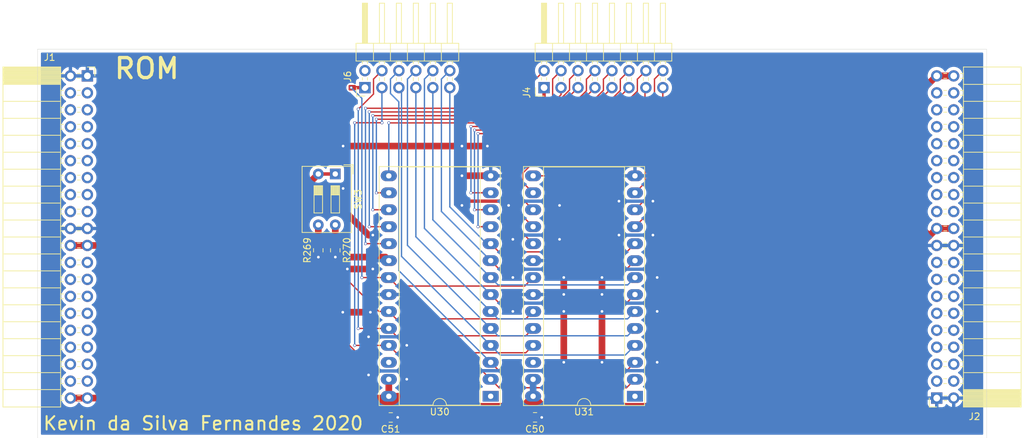
<source format=kicad_pcb>
(kicad_pcb (version 20200625) (host pcbnew "(5.99.0-2101-geb1ff80d5)")
  (layers (0 "F.Cu" signal) (31 "B.Cu" signal) (34 "B.Paste" user hide) (35 "F.Paste" user hide) (36 "B.SilkS" user hide) (37 "F.SilkS" user) (38 "B.Mask" user hide) (39 "F.Mask" user hide) (44 "Edge.Cuts" user))
  (net 0 "")
  (net 1 "GND")
  (net 2 "+5V")
  (net 3 "ROM15")
  (net 4 "ROM14")
  (net 5 "ROM13")
  (net 6 "ROM12")
  (net 7 "ROM11")
  (net 8 "ROM10")
  (net 9 "ROM9")
  (net 10 "ROM8")
  (net 11 "ROM7")
  (net 12 "ROM6")
  (net 13 "ROM5")
  (net 14 "ROM4")
  (net 15 "ROM3")
  (net 16 "ROM2")
  (net 17 "ROM1")
  (net 18 "ROM0")
  (net 19 "MEMADDR10")
  (net 20 "MEMADDR9")
  (net 21 "MEMADDR8")
  (net 22 "MEMADDR7")
  (net 23 "MEMADDR6")
  (net 24 "MEMADDR5")
  (net 25 "MEMADDR4")
  (net 26 "MEMADDR3")
  (net 27 "MEMADDR2")
  (net 28 "MEMADDR1")
  (net 29 "MEMADDR0")
  (net 30 "Net-(R269-Pad2)")
  (net 31 "Net-(R270-Pad2)")
  (module "Connector_PinHeader_2.54mm:PinHeader_2x08_P2.54mm_Horizontal" (layer "F.Cu") (at 75.787 7.756 90)
    (fp_text reference "J4" (at -0.744 -2.587 90) (layer "F.SilkS"))
    (fp_text value "Conn_02x08_Counter_Clockwise")
    (pad "16" thru_hole oval (at 2.54 17.78 90) (size 1.7 1.7) (drill 1) (layers *.Cu *.Mask) (net 17 "ROM1"))
    (pad "15" thru_hole oval (at 0 17.78 90) (size 1.7 1.7) (drill 1) (layers *.Cu *.Mask) (net 18 "ROM0"))
    (pad "14" thru_hole oval (at 2.54 15.24 90) (size 1.7 1.7) (drill 1) (layers *.Cu *.Mask) (net 15 "ROM3"))
    (pad "13" thru_hole oval (at 0 15.24 90) (size 1.7 1.7) (drill 1) (layers *.Cu *.Mask) (net 16 "ROM2"))
    (pad "12" thru_hole oval (at 2.54 12.7 90) (size 1.7 1.7) (drill 1) (layers *.Cu *.Mask) (net 13 "ROM5"))
    (pad "11" thru_hole oval (at 0 12.7 90) (size 1.7 1.7) (drill 1) (layers *.Cu *.Mask) (net 14 "ROM4"))
    (pad "10" thru_hole oval (at 2.54 10.16 90) (size 1.7 1.7) (drill 1) (layers *.Cu *.Mask) (net 11 "ROM7"))
    (pad "9" thru_hole oval (at 0 10.16 90) (size 1.7 1.7) (drill 1) (layers *.Cu *.Mask) (net 12 "ROM6"))
    (pad "8" thru_hole oval (at 2.54 7.62 90) (size 1.7 1.7) (drill 1) (layers *.Cu *.Mask) (net 9 "ROM9"))
    (pad "7" thru_hole oval (at 0 7.62 90) (size 1.7 1.7) (drill 1) (layers *.Cu *.Mask) (net 10 "ROM8"))
    (pad "6" thru_hole oval (at 2.54 5.08 90) (size 1.7 1.7) (drill 1) (layers *.Cu *.Mask) (net 7 "ROM11"))
    (pad "5" thru_hole oval (at 0 5.08 90) (size 1.7 1.7) (drill 1) (layers *.Cu *.Mask) (net 8 "ROM10"))
    (pad "4" thru_hole oval (at 2.54 2.54 90) (size 1.7 1.7) (drill 1) (layers *.Cu *.Mask) (net 5 "ROM13"))
    (pad "3" thru_hole oval (at 0 2.54 90) (size 1.7 1.7) (drill 1) (layers *.Cu *.Mask) (net 6 "ROM12"))
    (pad "2" thru_hole oval (at 2.54 0 90) (size 1.7 1.7) (drill 1) (layers *.Cu *.Mask) (net 3 "ROM15"))
    (pad "1" thru_hole rect (at 0 0 90) (size 1.7 1.7) (drill 1) (layers *.Cu *.Mask) (net 4 "ROM14"))
  )
  (module "Package_DIP:DIP-28_W15.24mm_Socket_LongPads" (layer "F.Cu") (at 67.8 53.99 180)
    (fp_text reference "U30" (at 7.62 -2.33) (layer "F.SilkS"))
    (fp_text value "28c64")
    (pad "28" thru_hole oval (at 15.24 0 180) (size 2.4 1.6) (drill 0.8) (layers *.Cu *.Mask) (net 2 "+5V"))
    (pad "14" thru_hole oval (at 0 33.02 180) (size 2.4 1.6) (drill 0.8) (layers *.Cu *.Mask) (net 1 "GND"))
    (pad "27" thru_hole oval (at 15.24 2.54 180) (size 2.4 1.6) (drill 0.8) (layers *.Cu *.Mask) (net 2 "+5V"))
    (pad "13" thru_hole oval (at 0 30.48 180) (size 2.4 1.6) (drill 0.8) (layers *.Cu *.Mask) (net 8 "ROM10"))
    (pad "26" thru_hole oval (at 15.24 5.08 180) (size 2.4 1.6) (drill 0.8) (layers *.Cu *.Mask))
    (pad "12" thru_hole oval (at 0 27.94 180) (size 2.4 1.6) (drill 0.8) (layers *.Cu *.Mask) (net 9 "ROM9"))
    (pad "25" thru_hole oval (at 15.24 7.62 180) (size 2.4 1.6) (drill 0.8) (layers *.Cu *.Mask) (net 21 "MEMADDR8"))
    (pad "11" thru_hole oval (at 0 25.4 180) (size 2.4 1.6) (drill 0.8) (layers *.Cu *.Mask) (net 10 "ROM8"))
    (pad "24" thru_hole oval (at 15.24 10.16 180) (size 2.4 1.6) (drill 0.8) (layers *.Cu *.Mask) (net 20 "MEMADDR9"))
    (pad "10" thru_hole oval (at 0 22.86 180) (size 2.4 1.6) (drill 0.8) (layers *.Cu *.Mask) (net 29 "MEMADDR0"))
    (pad "23" thru_hole oval (at 15.24 12.7 180) (size 2.4 1.6) (drill 0.8) (layers *.Cu *.Mask) (net 31 "Net-(R270-Pad2)"))
    (pad "9" thru_hole oval (at 0 20.32 180) (size 2.4 1.6) (drill 0.8) (layers *.Cu *.Mask) (net 28 "MEMADDR1"))
    (pad "22" thru_hole oval (at 15.24 15.24 180) (size 2.4 1.6) (drill 0.8) (layers *.Cu *.Mask) (net 1 "GND"))
    (pad "8" thru_hole oval (at 0 17.78 180) (size 2.4 1.6) (drill 0.8) (layers *.Cu *.Mask) (net 27 "MEMADDR2"))
    (pad "21" thru_hole oval (at 15.24 17.78 180) (size 2.4 1.6) (drill 0.8) (layers *.Cu *.Mask) (net 19 "MEMADDR10"))
    (pad "7" thru_hole oval (at 0 15.24 180) (size 2.4 1.6) (drill 0.8) (layers *.Cu *.Mask) (net 26 "MEMADDR3"))
    (pad "20" thru_hole oval (at 15.24 20.32 180) (size 2.4 1.6) (drill 0.8) (layers *.Cu *.Mask) (net 1 "GND"))
    (pad "6" thru_hole oval (at 0 12.7 180) (size 2.4 1.6) (drill 0.8) (layers *.Cu *.Mask) (net 25 "MEMADDR4"))
    (pad "19" thru_hole oval (at 15.24 22.86 180) (size 2.4 1.6) (drill 0.8) (layers *.Cu *.Mask) (net 3 "ROM15"))
    (pad "5" thru_hole oval (at 0 10.16 180) (size 2.4 1.6) (drill 0.8) (layers *.Cu *.Mask) (net 24 "MEMADDR5"))
    (pad "18" thru_hole oval (at 15.24 25.4 180) (size 2.4 1.6) (drill 0.8) (layers *.Cu *.Mask) (net 4 "ROM14"))
    (pad "4" thru_hole oval (at 0 7.62 180) (size 2.4 1.6) (drill 0.8) (layers *.Cu *.Mask) (net 23 "MEMADDR6"))
    (pad "17" thru_hole oval (at 15.24 27.94 180) (size 2.4 1.6) (drill 0.8) (layers *.Cu *.Mask) (net 5 "ROM13"))
    (pad "3" thru_hole oval (at 0 5.08 180) (size 2.4 1.6) (drill 0.8) (layers *.Cu *.Mask) (net 22 "MEMADDR7"))
    (pad "16" thru_hole oval (at 15.24 30.48 180) (size 2.4 1.6) (drill 0.8) (layers *.Cu *.Mask) (net 6 "ROM12"))
    (pad "2" thru_hole oval (at 0 2.54 180) (size 2.4 1.6) (drill 0.8) (layers *.Cu *.Mask) (net 30 "Net-(R269-Pad2)"))
    (pad "15" thru_hole oval (at 15.24 33.02 180) (size 2.4 1.6) (drill 0.8) (layers *.Cu *.Mask) (net 7 "ROM11"))
    (pad "1" thru_hole rect (at 0 0 180) (size 2.4 1.6) (drill 0.8) (layers *.Cu *.Mask))
  )
  (module "Package_DIP:DIP-28_W15.24mm_Socket_LongPads" (layer "F.Cu") (at 89.39 53.99 180)
    (fp_text reference "U31" (at 7.62 -2.33) (layer "F.SilkS"))
    (fp_text value "28c64")
    (pad "28" thru_hole oval (at 15.24 0 180) (size 2.4 1.6) (drill 0.8) (layers *.Cu *.Mask) (net 2 "+5V"))
    (pad "14" thru_hole oval (at 0 33.02 180) (size 2.4 1.6) (drill 0.8) (layers *.Cu *.Mask) (net 1 "GND"))
    (pad "27" thru_hole oval (at 15.24 2.54 180) (size 2.4 1.6) (drill 0.8) (layers *.Cu *.Mask) (net 2 "+5V"))
    (pad "13" thru_hole oval (at 0 30.48 180) (size 2.4 1.6) (drill 0.8) (layers *.Cu *.Mask) (net 16 "ROM2"))
    (pad "26" thru_hole oval (at 15.24 5.08 180) (size 2.4 1.6) (drill 0.8) (layers *.Cu *.Mask))
    (pad "12" thru_hole oval (at 0 27.94 180) (size 2.4 1.6) (drill 0.8) (layers *.Cu *.Mask) (net 17 "ROM1"))
    (pad "25" thru_hole oval (at 15.24 7.62 180) (size 2.4 1.6) (drill 0.8) (layers *.Cu *.Mask) (net 21 "MEMADDR8"))
    (pad "11" thru_hole oval (at 0 25.4 180) (size 2.4 1.6) (drill 0.8) (layers *.Cu *.Mask) (net 18 "ROM0"))
    (pad "24" thru_hole oval (at 15.24 10.16 180) (size 2.4 1.6) (drill 0.8) (layers *.Cu *.Mask) (net 20 "MEMADDR9"))
    (pad "10" thru_hole oval (at 0 22.86 180) (size 2.4 1.6) (drill 0.8) (layers *.Cu *.Mask) (net 29 "MEMADDR0"))
    (pad "23" thru_hole oval (at 15.24 12.7 180) (size 2.4 1.6) (drill 0.8) (layers *.Cu *.Mask) (net 31 "Net-(R270-Pad2)"))
    (pad "9" thru_hole oval (at 0 20.32 180) (size 2.4 1.6) (drill 0.8) (layers *.Cu *.Mask) (net 28 "MEMADDR1"))
    (pad "22" thru_hole oval (at 15.24 15.24 180) (size 2.4 1.6) (drill 0.8) (layers *.Cu *.Mask) (net 1 "GND"))
    (pad "8" thru_hole oval (at 0 17.78 180) (size 2.4 1.6) (drill 0.8) (layers *.Cu *.Mask) (net 27 "MEMADDR2"))
    (pad "21" thru_hole oval (at 15.24 17.78 180) (size 2.4 1.6) (drill 0.8) (layers *.Cu *.Mask) (net 19 "MEMADDR10"))
    (pad "7" thru_hole oval (at 0 15.24 180) (size 2.4 1.6) (drill 0.8) (layers *.Cu *.Mask) (net 26 "MEMADDR3"))
    (pad "20" thru_hole oval (at 15.24 20.32 180) (size 2.4 1.6) (drill 0.8) (layers *.Cu *.Mask) (net 1 "GND"))
    (pad "6" thru_hole oval (at 0 12.7 180) (size 2.4 1.6) (drill 0.8) (layers *.Cu *.Mask) (net 25 "MEMADDR4"))
    (pad "19" thru_hole oval (at 15.24 22.86 180) (size 2.4 1.6) (drill 0.8) (layers *.Cu *.Mask) (net 11 "ROM7"))
    (pad "5" thru_hole oval (at 0 10.16 180) (size 2.4 1.6) (drill 0.8) (layers *.Cu *.Mask) (net 24 "MEMADDR5"))
    (pad "18" thru_hole oval (at 15.24 25.4 180) (size 2.4 1.6) (drill 0.8) (layers *.Cu *.Mask) (net 12 "ROM6"))
    (pad "4" thru_hole oval (at 0 7.62 180) (size 2.4 1.6) (drill 0.8) (layers *.Cu *.Mask) (net 23 "MEMADDR6"))
    (pad "17" thru_hole oval (at 15.24 27.94 180) (size 2.4 1.6) (drill 0.8) (layers *.Cu *.Mask) (net 13 "ROM5"))
    (pad "3" thru_hole oval (at 0 5.08 180) (size 2.4 1.6) (drill 0.8) (layers *.Cu *.Mask) (net 22 "MEMADDR7"))
    (pad "16" thru_hole oval (at 15.24 30.48 180) (size 2.4 1.6) (drill 0.8) (layers *.Cu *.Mask) (net 14 "ROM4"))
    (pad "2" thru_hole oval (at 0 2.54 180) (size 2.4 1.6) (drill 0.8) (layers *.Cu *.Mask) (net 30 "Net-(R269-Pad2)"))
    (pad "15" thru_hole oval (at 15.24 33.02 180) (size 2.4 1.6) (drill 0.8) (layers *.Cu *.Mask) (net 15 "ROM3"))
    (pad "1" thru_hole rect (at 0 0 180) (size 2.4 1.6) (drill 0.8) (layers *.Cu *.Mask))
  )
  (module "Button_Switch_THT:SW_DIP_SPSTx02_Slide_9.78x7.26mm_W7.62mm_P2.54mm" (layer "F.Cu") (at 44.55 20.6925 -90)
    (fp_text reference "SW3" (at 3.81 -3.42 90) (layer "F.SilkS"))
    (fp_text value "SW_DIP_x02")
    (pad "4" thru_hole oval (at 7.62 0 270) (size 1.6 1.6) (drill 0.8) (layers *.Cu *.Mask) (net 31 "Net-(R270-Pad2)"))
    (pad "2" thru_hole oval (at 0 2.54 270) (size 1.6 1.6) (drill 0.8) (layers *.Cu *.Mask) (net 2 "+5V"))
    (pad "3" thru_hole oval (at 7.62 2.54 270) (size 1.6 1.6) (drill 0.8) (layers *.Cu *.Mask) (net 30 "Net-(R269-Pad2)"))
    (pad "1" thru_hole rect (at 0 0 270) (size 1.6 1.6) (drill 0.8) (layers *.Cu *.Mask) (net 2 "+5V"))
  )
  (module "Resistor_SMD:R_0805_2012Metric_Pad1.15x1.40mm_HandSolder" (layer "F.Cu") (at 44.55 32.1225 90)
    (fp_text reference "R270" (at 0.0125 1.74 90) (layer "F.SilkS"))
    (fp_text value "R")
    (pad "2" smd roundrect (at 1.025 0 90) (size 1.15 1.4) (layers "F.Cu" "F.Paste" "F.Mask") (roundrect_rratio 0.217391) (net 31 "Net-(R270-Pad2)"))
    (pad "1" smd roundrect (at -1.025 0 90) (size 1.15 1.4) (layers "F.Cu" "F.Paste" "F.Mask") (roundrect_rratio 0.217391) (net 1 "GND"))
  )
  (module "Resistor_SMD:R_0805_2012Metric_Pad1.15x1.40mm_HandSolder" (layer "F.Cu") (at 42.01 32.1225 90)
    (fp_text reference "R269" (at 0 -1.65 90) (layer "F.SilkS"))
    (fp_text value "R")
    (pad "2" smd roundrect (at 1.025 0 90) (size 1.15 1.4) (layers "F.Cu" "F.Paste" "F.Mask") (roundrect_rratio 0.217391) (net 30 "Net-(R269-Pad2)"))
    (pad "1" smd roundrect (at -1.025 0 90) (size 1.15 1.4) (layers "F.Cu" "F.Paste" "F.Mask") (roundrect_rratio 0.217391) (net 1 "GND"))
  )
  (module "Connector_PinHeader_2.54mm:PinHeader_2x06_P2.54mm_Horizontal" (layer "F.Cu") (at 48.99 7.756 90)
    (fp_text reference "J6" (at 1.656 -2.59 90) (layer "F.SilkS"))
    (fp_text value "Conn_02x06_Counter_Clockwise")
    (pad "12" thru_hole oval (at 2.54 12.7 90) (size 1.7 1.7) (drill 1) (layers *.Cu *.Mask) (net 28 "MEMADDR1"))
    (pad "11" thru_hole oval (at 0 12.7 90) (size 1.7 1.7) (drill 1) (layers *.Cu *.Mask) (net 29 "MEMADDR0"))
    (pad "10" thru_hole oval (at 2.54 10.16 90) (size 1.7 1.7) (drill 1) (layers *.Cu *.Mask) (net 26 "MEMADDR3"))
    (pad "9" thru_hole oval (at 0 10.16 90) (size 1.7 1.7) (drill 1) (layers *.Cu *.Mask) (net 27 "MEMADDR2"))
    (pad "8" thru_hole oval (at 2.54 7.62 90) (size 1.7 1.7) (drill 1) (layers *.Cu *.Mask) (net 24 "MEMADDR5"))
    (pad "7" thru_hole oval (at 0 7.62 90) (size 1.7 1.7) (drill 1) (layers *.Cu *.Mask) (net 25 "MEMADDR4"))
    (pad "6" thru_hole oval (at 2.54 5.08 90) (size 1.7 1.7) (drill 1) (layers *.Cu *.Mask) (net 22 "MEMADDR7"))
    (pad "5" thru_hole oval (at 0 5.08 90) (size 1.7 1.7) (drill 1) (layers *.Cu *.Mask) (net 23 "MEMADDR6"))
    (pad "4" thru_hole oval (at 2.54 2.54 90) (size 1.7 1.7) (drill 1) (layers *.Cu *.Mask) (net 20 "MEMADDR9"))
    (pad "3" thru_hole oval (at 0 2.54 90) (size 1.7 1.7) (drill 1) (layers *.Cu *.Mask) (net 21 "MEMADDR8"))
    (pad "2" thru_hole oval (at 2.54 0 90) (size 1.7 1.7) (drill 1) (layers *.Cu *.Mask))
    (pad "1" thru_hole rect (at 0 0 90) (size 1.7 1.7) (drill 1) (layers *.Cu *.Mask) (net 19 "MEMADDR10"))
  )
  (module "Connector_PinSocket_2.54mm:PinSocket_2x20_P2.54mm_Horizontal" (layer "F.Cu") (at 134.54 54.26 180)
    (fp_text reference "J2" (at -5.65 -2.77) (layer "F.SilkS"))
    (fp_text value "Conn_02x20_Counter_Clockwise")
    (pad "40" thru_hole oval (at -2.54 48.26 180) (size 1.7 1.7) (drill 1) (layers *.Cu *.Mask) (net 2 "+5V"))
    (pad "39" thru_hole oval (at 0 48.26 180) (size 1.7 1.7) (drill 1) (layers *.Cu *.Mask) (net 2 "+5V"))
    (pad "38" thru_hole oval (at -2.54 45.72 180) (size 1.7 1.7) (drill 1) (layers *.Cu *.Mask))
    (pad "37" thru_hole oval (at 0 45.72 180) (size 1.7 1.7) (drill 1) (layers *.Cu *.Mask))
    (pad "36" thru_hole oval (at -2.54 43.18 180) (size 1.7 1.7) (drill 1) (layers *.Cu *.Mask))
    (pad "35" thru_hole oval (at 0 43.18 180) (size 1.7 1.7) (drill 1) (layers *.Cu *.Mask))
    (pad "34" thru_hole oval (at -2.54 40.64 180) (size 1.7 1.7) (drill 1) (layers *.Cu *.Mask))
    (pad "33" thru_hole oval (at 0 40.64 180) (size 1.7 1.7) (drill 1) (layers *.Cu *.Mask))
    (pad "32" thru_hole oval (at -2.54 38.1 180) (size 1.7 1.7) (drill 1) (layers *.Cu *.Mask))
    (pad "31" thru_hole oval (at 0 38.1 180) (size 1.7 1.7) (drill 1) (layers *.Cu *.Mask))
    (pad "30" thru_hole oval (at -2.54 35.56 180) (size 1.7 1.7) (drill 1) (layers *.Cu *.Mask))
    (pad "29" thru_hole oval (at 0 35.56 180) (size 1.7 1.7) (drill 1) (layers *.Cu *.Mask))
    (pad "28" thru_hole oval (at -2.54 33.02 180) (size 1.7 1.7) (drill 1) (layers *.Cu *.Mask))
    (pad "27" thru_hole oval (at 0 33.02 180) (size 1.7 1.7) (drill 1) (layers *.Cu *.Mask))
    (pad "26" thru_hole oval (at -2.54 30.48 180) (size 1.7 1.7) (drill 1) (layers *.Cu *.Mask))
    (pad "25" thru_hole oval (at 0 30.48 180) (size 1.7 1.7) (drill 1) (layers *.Cu *.Mask))
    (pad "24" thru_hole oval (at -2.54 27.94 180) (size 1.7 1.7) (drill 1) (layers *.Cu *.Mask))
    (pad "23" thru_hole oval (at 0 27.94 180) (size 1.7 1.7) (drill 1) (layers *.Cu *.Mask))
    (pad "22" thru_hole oval (at -2.54 25.4 180) (size 1.7 1.7) (drill 1) (layers *.Cu *.Mask) (net 2 "+5V"))
    (pad "21" thru_hole oval (at 0 25.4 180) (size 1.7 1.7) (drill 1) (layers *.Cu *.Mask) (net 2 "+5V"))
    (pad "20" thru_hole oval (at -2.54 22.86 180) (size 1.7 1.7) (drill 1) (layers *.Cu *.Mask) (net 1 "GND"))
    (pad "19" thru_hole oval (at 0 22.86 180) (size 1.7 1.7) (drill 1) (layers *.Cu *.Mask) (net 1 "GND"))
    (pad "18" thru_hole oval (at -2.54 20.32 180) (size 1.7 1.7) (drill 1) (layers *.Cu *.Mask))
    (pad "17" thru_hole oval (at 0 20.32 180) (size 1.7 1.7) (drill 1) (layers *.Cu *.Mask))
    (pad "16" thru_hole oval (at -2.54 17.78 180) (size 1.7 1.7) (drill 1) (layers *.Cu *.Mask))
    (pad "15" thru_hole oval (at 0 17.78 180) (size 1.7 1.7) (drill 1) (layers *.Cu *.Mask))
    (pad "14" thru_hole oval (at -2.54 15.24 180) (size 1.7 1.7) (drill 1) (layers *.Cu *.Mask))
    (pad "13" thru_hole oval (at 0 15.24 180) (size 1.7 1.7) (drill 1) (layers *.Cu *.Mask))
    (pad "12" thru_hole oval (at -2.54 12.7 180) (size 1.7 1.7) (drill 1) (layers *.Cu *.Mask))
    (pad "11" thru_hole oval (at 0 12.7 180) (size 1.7 1.7) (drill 1) (layers *.Cu *.Mask))
    (pad "10" thru_hole oval (at -2.54 10.16 180) (size 1.7 1.7) (drill 1) (layers *.Cu *.Mask))
    (pad "9" thru_hole oval (at 0 10.16 180) (size 1.7 1.7) (drill 1) (layers *.Cu *.Mask))
    (pad "8" thru_hole oval (at -2.54 7.62 180) (size 1.7 1.7) (drill 1) (layers *.Cu *.Mask))
    (pad "7" thru_hole oval (at 0 7.62 180) (size 1.7 1.7) (drill 1) (layers *.Cu *.Mask))
    (pad "6" thru_hole oval (at -2.54 5.08 180) (size 1.7 1.7) (drill 1) (layers *.Cu *.Mask))
    (pad "5" thru_hole oval (at 0 5.08 180) (size 1.7 1.7) (drill 1) (layers *.Cu *.Mask))
    (pad "4" thru_hole oval (at -2.54 2.54 180) (size 1.7 1.7) (drill 1) (layers *.Cu *.Mask))
    (pad "3" thru_hole oval (at 0 2.54 180) (size 1.7 1.7) (drill 1) (layers *.Cu *.Mask))
    (pad "2" thru_hole oval (at -2.54 0 180) (size 1.7 1.7) (drill 1) (layers *.Cu *.Mask) (net 1 "GND"))
    (pad "1" thru_hole rect (at 0 0 180) (size 1.7 1.7) (drill 1) (layers *.Cu *.Mask) (net 1 "GND"))
  )
  (module "Connector_PinSocket_2.54mm:PinSocket_2x20_P2.54mm_Horizontal" (layer "F.Cu") (at 7.46 6)
    (fp_text reference "J1" (at -5.65 -2.77) (layer "F.SilkS"))
    (fp_text value "Conn_02x20_Counter_Clockwise")
    (pad "40" thru_hole oval (at -2.54 48.26) (size 1.7 1.7) (drill 1) (layers *.Cu *.Mask) (net 2 "+5V"))
    (pad "39" thru_hole oval (at 0 48.26) (size 1.7 1.7) (drill 1) (layers *.Cu *.Mask) (net 2 "+5V"))
    (pad "38" thru_hole oval (at -2.54 45.72) (size 1.7 1.7) (drill 1) (layers *.Cu *.Mask))
    (pad "37" thru_hole oval (at 0 45.72) (size 1.7 1.7) (drill 1) (layers *.Cu *.Mask))
    (pad "36" thru_hole oval (at -2.54 43.18) (size 1.7 1.7) (drill 1) (layers *.Cu *.Mask))
    (pad "35" thru_hole oval (at 0 43.18) (size 1.7 1.7) (drill 1) (layers *.Cu *.Mask))
    (pad "34" thru_hole oval (at -2.54 40.64) (size 1.7 1.7) (drill 1) (layers *.Cu *.Mask))
    (pad "33" thru_hole oval (at 0 40.64) (size 1.7 1.7) (drill 1) (layers *.Cu *.Mask))
    (pad "32" thru_hole oval (at -2.54 38.1) (size 1.7 1.7) (drill 1) (layers *.Cu *.Mask))
    (pad "31" thru_hole oval (at 0 38.1) (size 1.7 1.7) (drill 1) (layers *.Cu *.Mask))
    (pad "30" thru_hole oval (at -2.54 35.56) (size 1.7 1.7) (drill 1) (layers *.Cu *.Mask))
    (pad "29" thru_hole oval (at 0 35.56) (size 1.7 1.7) (drill 1) (layers *.Cu *.Mask))
    (pad "28" thru_hole oval (at -2.54 33.02) (size 1.7 1.7) (drill 1) (layers *.Cu *.Mask))
    (pad "27" thru_hole oval (at 0 33.02) (size 1.7 1.7) (drill 1) (layers *.Cu *.Mask))
    (pad "26" thru_hole oval (at -2.54 30.48) (size 1.7 1.7) (drill 1) (layers *.Cu *.Mask))
    (pad "25" thru_hole oval (at 0 30.48) (size 1.7 1.7) (drill 1) (layers *.Cu *.Mask))
    (pad "24" thru_hole oval (at -2.54 27.94) (size 1.7 1.7) (drill 1) (layers *.Cu *.Mask))
    (pad "23" thru_hole oval (at 0 27.94) (size 1.7 1.7) (drill 1) (layers *.Cu *.Mask))
    (pad "22" thru_hole oval (at -2.54 25.4) (size 1.7 1.7) (drill 1) (layers *.Cu *.Mask) (net 2 "+5V"))
    (pad "21" thru_hole oval (at 0 25.4) (size 1.7 1.7) (drill 1) (layers *.Cu *.Mask) (net 2 "+5V"))
    (pad "20" thru_hole oval (at -2.54 22.86) (size 1.7 1.7) (drill 1) (layers *.Cu *.Mask) (net 1 "GND"))
    (pad "19" thru_hole oval (at 0 22.86) (size 1.7 1.7) (drill 1) (layers *.Cu *.Mask) (net 1 "GND"))
    (pad "18" thru_hole oval (at -2.54 20.32) (size 1.7 1.7) (drill 1) (layers *.Cu *.Mask))
    (pad "17" thru_hole oval (at 0 20.32) (size 1.7 1.7) (drill 1) (layers *.Cu *.Mask))
    (pad "16" thru_hole oval (at -2.54 17.78) (size 1.7 1.7) (drill 1) (layers *.Cu *.Mask))
    (pad "15" thru_hole oval (at 0 17.78) (size 1.7 1.7) (drill 1) (layers *.Cu *.Mask))
    (pad "14" thru_hole oval (at -2.54 15.24) (size 1.7 1.7) (drill 1) (layers *.Cu *.Mask))
    (pad "13" thru_hole oval (at 0 15.24) (size 1.7 1.7) (drill 1) (layers *.Cu *.Mask))
    (pad "12" thru_hole oval (at -2.54 12.7) (size 1.7 1.7) (drill 1) (layers *.Cu *.Mask))
    (pad "11" thru_hole oval (at 0 12.7) (size 1.7 1.7) (drill 1) (layers *.Cu *.Mask))
    (pad "10" thru_hole oval (at -2.54 10.16) (size 1.7 1.7) (drill 1) (layers *.Cu *.Mask))
    (pad "9" thru_hole oval (at 0 10.16) (size 1.7 1.7) (drill 1) (layers *.Cu *.Mask))
    (pad "8" thru_hole oval (at -2.54 7.62) (size 1.7 1.7) (drill 1) (layers *.Cu *.Mask))
    (pad "7" thru_hole oval (at 0 7.62) (size 1.7 1.7) (drill 1) (layers *.Cu *.Mask))
    (pad "6" thru_hole oval (at -2.54 5.08) (size 1.7 1.7) (drill 1) (layers *.Cu *.Mask))
    (pad "5" thru_hole oval (at 0 5.08) (size 1.7 1.7) (drill 1) (layers *.Cu *.Mask))
    (pad "4" thru_hole oval (at -2.54 2.54) (size 1.7 1.7) (drill 1) (layers *.Cu *.Mask))
    (pad "3" thru_hole oval (at 0 2.54) (size 1.7 1.7) (drill 1) (layers *.Cu *.Mask))
    (pad "2" thru_hole oval (at -2.54 0) (size 1.7 1.7) (drill 1) (layers *.Cu *.Mask) (net 1 "GND"))
    (pad "1" thru_hole rect (at 0 0) (size 1.7 1.7) (drill 1) (layers *.Cu *.Mask) (net 1 "GND"))
  )
  (module "Capacitor_SMD:C_0805_2012Metric_Pad1.15x1.40mm_HandSolder" (layer "F.Cu") (at 52.85 57.165)
    (fp_text reference "C51" (at -0.02 1.745) (layer "F.SilkS"))
    (fp_text value "C")
    (pad "2" smd roundrect (at 1.025 0) (size 1.15 1.4) (layers "F.Cu" "F.Paste" "F.Mask") (roundrect_rratio 0.217391) (net 1 "GND"))
    (pad "1" smd roundrect (at -1.025 0) (size 1.15 1.4) (layers "F.Cu" "F.Paste" "F.Mask") (roundrect_rratio 0.217391) (net 2 "+5V"))
  )
  (module "Capacitor_SMD:C_0805_2012Metric_Pad1.15x1.40mm_HandSolder" (layer "F.Cu") (at 74.44 57.15)
    (fp_text reference "C50" (at -0.02 1.76) (layer "F.SilkS"))
    (fp_text value "C")
    (pad "2" smd roundrect (at 1.025 0) (size 1.15 1.4) (layers "F.Cu" "F.Paste" "F.Mask") (roundrect_rratio 0.217391) (net 1 "GND"))
    (pad "1" smd roundrect (at -1.025 0) (size 1.15 1.4) (layers "F.Cu" "F.Paste" "F.Mask") (roundrect_rratio 0.217391) (net 2 "+5V"))
  )
  (gr_text "Kevin da Silva Fernandes 2020" (at 24.79 58.05) (layer "F.SilkS") (effects (font (size 2 2) (thickness 0.3))))
  (gr_text "ROM" (at 16.35 4.89) (layer "F.SilkS") (effects (font (size 3 3) (thickness 0.5))))
  (gr_line (start 142 2) (end 142 60.26) (layer "Edge.Cuts") (width 0.05))
  (gr_line (start 0 2) (end 0 60.26) (layer "Edge.Cuts") (width 0.05))
  (gr_line (start 0 60.26) (end 142 60.26) (layer "Edge.Cuts") (width 0.05))
  (gr_line (start 0 2) (end 142 2) (layer "Edge.Cuts") (width 0.05))
  (segment (start 43.54999 32.09751) (end 43.54999 33.75999) (width 0.2) (layer "F.Cu") (net 31))
  (segment (start 44.55 31.0975) (end 43.54999 32.09751) (width 0.2) (layer "F.Cu") (net 31))
  (segment (start 43.54999 33.75999) (end 51.08 41.29) (width 0.2) (layer "F.Cu") (net 31))
  (segment (start 51.08 41.29) (end 52.56 41.29) (width 0.2) (layer "F.Cu") (net 31))
  (segment (start 74.89 54.73) (end 74.15 53.99) (width 1) (layer "F.Cu") (net 2))
  (segment (start 75.650001 55.490001) (end 74.89 54.73) (width 1) (layer "F.Cu") (net 2))
  (segment (start 72.660001 55.490001) (end 74.129999 55.490001) (width 1) (layer "F.Cu") (net 2))
  (segment (start 74.129999 55.490001) (end 74.89 54.73) (width 1) (layer "F.Cu") (net 2))
  (segment (start 75.650001 55.490001) (end 74.180001 55.490001) (width 1) (layer "F.Cu") (net 2))
  (segment (start 74.180001 55.490001) (end 73.415 54.725) (width 1) (layer "F.Cu") (net 2))
  (segment (start 51.825 57.165) (end 51.825 56.575) (width 1) (layer "F.Cu") (net 2))
  (segment (start 51.825 56.575) (end 51.825 56.125) (width 1) (layer "F.Cu") (net 2))
  (segment (start 51.825 56.575) (end 51.825 55.615) (width 1) (layer "F.Cu") (net 2))
  (segment (start 51.825 56.125) (end 53.96 53.99) (width 1) (layer "F.Cu") (net 2))
  (segment (start 56.359999 55.490001) (end 55.299999 55.490001) (width 1) (layer "F.Cu") (net 2))
  (segment (start 55.299999 55.490001) (end 53.169999 55.490001) (width 1) (layer "F.Cu") (net 2))
  (segment (start 55.299999 55.490001) (end 54.060001 55.490001) (width 1) (layer "F.Cu") (net 2))
  (segment (start 54.060001 55.490001) (end 52.56 53.99) (width 1) (layer "F.Cu") (net 2))
  (segment (start 131.86 30.04) (end 131.86 31.54) (width 1) (layer "F.Cu") (net 2))
  (segment (start 131.86 28.4) (end 131.86 30.04) (width 1) (layer "F.Cu") (net 2))
  (segment (start 133.435 29.965) (end 131.935 29.965) (width 1) (layer "F.Cu") (net 2))
  (segment (start 131.935 29.965) (end 131.86 30.04) (width 1) (layer "F.Cu") (net 2))
  (segment (start 50.165 29.845) (end 49.525998 29.845) (width 1) (layer "F.Cu") (net 1))
  (segment (start 49.525998 29.845) (end 45.72 26.039002) (width 1) (layer "F.Cu") (net 1))
  (segment (start 45.72 26.039002) (end 45.72 22.86) (width 1) (layer "F.Cu") (net 1))
  (via (at 50.165 29.845) (size 0.8) (drill 0.4) (layers "F.Cu" "B.Cu") (net 1))
  (segment (start 92.075 29.845) (end 86.995 29.845) (width 0.5) (layer "B.Cu") (net 1))
  (segment (start 86.995 24.765) (end 92.075 24.765) (width 0.5) (layer "B.Cu") (net 1))
  (via (at 92.075 29.845) (size 0.8) (drill 0.4) (layers "F.Cu" "B.Cu") (net 1))
  (via (at 86.995 29.845) (size 0.8) (drill 0.4) (layers "F.Cu" "B.Cu") (net 1))
  (via (at 86.995 24.765) (size 0.8) (drill 0.4) (layers "F.Cu" "B.Cu") (net 1))
  (via (at 92.075 24.765) (size 0.8) (drill 0.4) (layers "F.Cu" "B.Cu") (net 1))
  (segment (start 49.53 50.8) (end 50.13001 50.19999) (width 0.5) (layer "B.Cu") (net 1))
  (segment (start 50.13001 50.19999) (end 54.00999 50.19999) (width 0.5) (layer "B.Cu") (net 1))
  (segment (start 54.00999 50.19999) (end 55.245 51.435) (width 0.5) (layer "B.Cu") (net 1))
  (segment (start 49.53 45.085) (end 53.975 45.085) (width 0.5) (layer "B.Cu") (net 1))
  (segment (start 53.975 45.085) (end 55.245 46.355) (width 0.5) (layer "B.Cu") (net 1))
  (via (at 55.245 51.435) (size 0.8) (drill 0.4) (layers "F.Cu" "B.Cu") (net 1))
  (via (at 49.53 50.8) (size 0.8) (drill 0.4) (layers "F.Cu" "B.Cu") (net 1))
  (via (at 55.245 46.355) (size 0.8) (drill 0.4) (layers "F.Cu" "B.Cu") (net 1))
  (via (at 49.53 45.085) (size 0.8) (drill 0.4) (layers "F.Cu" "B.Cu") (net 1))
  (segment (start 63.5 25.4) (end 64.13999 24.76001) (width 0.5) (layer "F.Cu") (net 1))
  (segment (start 69.84501 24.76001) (end 70.485 25.4) (width 0.5) (layer "F.Cu") (net 1))
  (segment (start 64.13999 24.76001) (end 69.84501 24.76001) (width 0.5) (layer "F.Cu") (net 1))
  (segment (start 63.5 20.955) (end 67.785 20.955) (width 1) (layer "F.Cu") (net 1))
  (segment (start 67.785 20.955) (end 67.8 20.97) (width 1) (layer "F.Cu") (net 1))
  (segment (start 63.5 16.51) (end 67.31 16.51) (width 1) (layer "F.Cu") (net 1))
  (segment (start 45.72 16.51) (end 63.5 16.51) (width 1) (layer "F.Cu") (net 1))
  (segment (start 46.355 34.925) (end 50.165 34.925) (width 1) (layer "F.Cu") (net 1))
  (via (at 46.355 34.925) (size 0.8) (drill 0.4) (layers "F.Cu" "B.Cu") (net 1))
  (via (at 50.165 34.925) (size 0.8) (drill 0.4) (layers "F.Cu" "B.Cu") (net 1))
  (via (at 45.72 22.86) (size 0.8) (drill 0.4) (layers "F.Cu" "B.Cu") (net 1))
  (via (at 45.72 16.51) (size 0.8) (drill 0.4) (layers "F.Cu" "B.Cu") (net 1))
  (via (at 67.31 16.51) (size 0.8) (drill 0.4) (layers "F.Cu" "B.Cu") (net 1))
  (via (at 63.5 16.51) (size 0.8) (drill 0.4) (layers "F.Cu" "B.Cu") (net 1))
  (via (at 63.5 20.955) (size 0.8) (drill 0.4) (layers "F.Cu" "B.Cu") (net 1))
  (via (at 63.5 25.4) (size 0.8) (drill 0.4) (layers "F.Cu" "B.Cu") (net 1))
  (segment (start 92.71 48.895) (end 91.44499 50.16001) (width 0.5) (layer "B.Cu") (net 1))
  (segment (start 91.44499 50.16001) (end 85.72001 50.16001) (width 0.5) (layer "B.Cu") (net 1))
  (segment (start 85.72001 50.16001) (end 84.455 48.895) (width 0.5) (layer "B.Cu") (net 1))
  (segment (start 92.71 41.275) (end 91.47499 40.03999) (width 0.5) (layer "B.Cu") (net 1))
  (segment (start 91.47499 40.03999) (end 85.69001 40.03999) (width 0.5) (layer "B.Cu") (net 1))
  (segment (start 85.69001 40.03999) (end 84.455 41.275) (width 0.5) (layer "B.Cu") (net 1))
  (segment (start 92.71 36.195) (end 91.47499 34.95999) (width 0.5) (layer "B.Cu") (net 1))
  (segment (start 91.47499 34.95999) (end 85.69001 34.95999) (width 0.5) (layer "B.Cu") (net 1))
  (segment (start 85.69001 34.95999) (end 84.455 36.195) (width 0.5) (layer "B.Cu") (net 1))
  (segment (start 70.485 25.4) (end 71.12499 24.76001) (width 0.5) (layer "B.Cu") (net 1))
  (segment (start 71.12499 24.76001) (end 77.46501 24.76001) (width 0.5) (layer "B.Cu") (net 1))
  (segment (start 77.46501 24.76001) (end 78.105 25.4) (width 0.5) (layer "B.Cu") (net 1))
  (segment (start 71.12 30.48) (end 71.75999 29.84001) (width 0.5) (layer "B.Cu") (net 1))
  (segment (start 71.75999 29.84001) (end 77.46501 29.84001) (width 0.5) (layer "B.Cu") (net 1))
  (segment (start 77.46501 29.84001) (end 78.105 30.48) (width 0.5) (layer "B.Cu") (net 1))
  (segment (start 78.74 36.195) (end 77.50499 34.95999) (width 0.5) (layer "B.Cu") (net 1))
  (segment (start 77.50499 34.95999) (end 72.35501 34.95999) (width 0.5) (layer "B.Cu") (net 1))
  (segment (start 72.35501 34.95999) (end 71.12 36.195) (width 0.5) (layer "B.Cu") (net 1))
  (segment (start 71.12 41.275) (end 72.35501 40.03999) (width 0.5) (layer "B.Cu") (net 1))
  (segment (start 77.50499 40.03999) (end 78.74 41.275) (width 0.5) (layer "B.Cu") (net 1))
  (segment (start 72.35501 40.03999) (end 77.50499 40.03999) (width 0.5) (layer "B.Cu") (net 1))
  (segment (start 71.12 49.53) (end 71.75001 50.16001) (width 0.5) (layer "B.Cu") (net 1))
  (segment (start 71.75001 50.16001) (end 76.20499 50.16001) (width 0.5) (layer "B.Cu") (net 1))
  (segment (start 76.20499 50.16001) (end 76.835 49.53) (width 0.5) (layer "B.Cu") (net 1))
  (segment (start 65.405 49.53) (end 66.03501 50.16001) (width 0.5) (layer "B.Cu") (net 1))
  (segment (start 66.03501 50.16001) (end 70.48999 50.16001) (width 0.5) (layer "B.Cu") (net 1))
  (segment (start 70.48999 50.16001) (end 71.12 49.53) (width 0.5) (layer "B.Cu") (net 1))
  (via (at 92.71 48.895) (size 0.8) (drill 0.4) (layers "F.Cu" "B.Cu") (net 1))
  (via (at 92.71 41.275) (size 0.8) (drill 0.4) (layers "F.Cu" "B.Cu") (net 1))
  (via (at 92.71 36.195) (size 0.8) (drill 0.4) (layers "F.Cu" "B.Cu") (net 1))
  (via (at 78.105 25.4) (size 0.8) (drill 0.4) (layers "F.Cu" "B.Cu") (net 1))
  (via (at 70.485 25.4) (size 0.8) (drill 0.4) (layers "F.Cu" "B.Cu") (net 1))
  (via (at 78.105 30.48) (size 0.8) (drill 0.4) (layers "F.Cu" "B.Cu") (net 1))
  (via (at 71.12 30.48) (size 0.8) (drill 0.4) (layers "F.Cu" "B.Cu") (net 1))
  (via (at 71.12 36.195) (size 0.8) (drill 0.4) (layers "F.Cu" "B.Cu") (net 1))
  (via (at 71.12 41.275) (size 0.8) (drill 0.4) (layers "F.Cu" "B.Cu") (net 1))
  (segment (start 84.455 36.195) (end 84.455 38.735) (width 1) (layer "F.Cu") (net 1))
  (segment (start 78.74 38.735) (end 78.74 36.195) (width 1) (layer "F.Cu") (net 1))
  (via (at 78.74 36.195) (size 0.8) (drill 0.4) (layers "F.Cu" "B.Cu") (net 1))
  (via (at 84.455 36.195) (size 0.8) (drill 0.4) (layers "F.Cu" "B.Cu") (net 1))
  (via (at 84.455 38.735) (size 0.8) (drill 0.4) (layers "F.Cu" "B.Cu") (net 1))
  (via (at 78.74 38.735) (size 0.8) (drill 0.4) (layers "F.Cu" "B.Cu") (net 1))
  (segment (start 78.74 41.275) (end 78.74 48.895) (width 1) (layer "F.Cu") (net 1))
  (segment (start 84.455 48.895) (end 84.455 41.275) (width 1) (layer "F.Cu") (net 1))
  (via (at 84.455 48.895) (size 0.8) (drill 0.4) (layers "F.Cu" "B.Cu") (net 1))
  (via (at 84.455 41.275) (size 0.8) (drill 0.4) (layers "F.Cu" "B.Cu") (net 1))
  (via (at 78.74 41.275) (size 0.8) (drill 0.4) (layers "F.Cu" "B.Cu") (net 1))
  (via (at 78.74 48.895) (size 0.8) (drill 0.4) (layers "F.Cu" "B.Cu") (net 1))
  (via (at 45.67 41.4) (size 0.8) (drill 0.4) (layers "F.Cu" "B.Cu") (net 1))
  (segment (start 49.8 41.4) (end 45.67 41.4) (width 1) (layer "F.Cu") (net 1))
  (via (at 49.8 41.4) (size 0.8) (drill 0.4) (layers "F.Cu" "B.Cu") (net 1))
  (via (at 75.44 57.16) (size 0.8) (drill 0.4) (layers "F.Cu" "B.Cu") (net 1))
  (via (at 53.89 57.15) (size 0.8) (drill 0.4) (layers "F.Cu" "B.Cu") (net 1))
  (segment (start 32.94 54.26) (end 50.16 54.26) (width 1) (layer "F.Cu") (net 2))
  (segment (start 31.3 54.26) (end 32.94 54.26) (width 1) (layer "F.Cu") (net 2))
  (segment (start 31.3025 52.6225) (end 32.94 54.26) (width 1) (layer "F.Cu") (net 2))
  (segment (start 31.3025 51.8725) (end 31.3025 52.6225) (width 1) (layer "F.Cu") (net 2))
  (segment (start 29.76 54.26) (end 31.3 54.26) (width 1) (layer "F.Cu") (net 2))
  (segment (start 31.3025 51.8725) (end 31.3025 54.2575) (width 1) (layer "F.Cu") (net 2))
  (segment (start 31.3025 51.8725) (end 31.3025 52.7175) (width 1) (layer "F.Cu") (net 2))
  (segment (start 7.46 54.26) (end 29.76 54.26) (width 1) (layer "F.Cu") (net 2))
  (segment (start 31.3025 32.8025) (end 31.3025 51.8725) (width 1) (layer "F.Cu") (net 2))
  (segment (start 31.3025 52.7175) (end 29.76 54.26) (width 1) (layer "F.Cu") (net 2))
  (segment (start 31.3025 31.4) (end 31.3025 32.8025) (width 1) (layer "F.Cu") (net 2))
  (segment (start 30 31.4) (end 31.3025 31.4) (width 1) (layer "F.Cu") (net 2))
  (segment (start 7.46 31.4) (end 30 31.4) (width 1) (layer "F.Cu") (net 2))
  (segment (start 30 31.4) (end 30 31.5) (width 1) (layer "F.Cu") (net 2))
  (segment (start 30 31.5) (end 31.3025 32.8025) (width 1) (layer "F.Cu") (net 2))
  (segment (start 31.3025 54.2575) (end 31.3 54.26) (width 1) (layer "F.Cu") (net 2))
  (segment (start 132.92 30.48) (end 131.86 31.54) (width 1) (layer "F.Cu") (net 2))
  (segment (start 132.92 30.48) (end 132.92 30.43) (width 1) (layer "F.Cu") (net 2))
  (segment (start 133.435 29.965) (end 132.92 30.48) (width 1) (layer "F.Cu") (net 2))
  (segment (start 131.86 8.64) (end 131.86 28.4) (width 1) (layer "F.Cu") (net 2))
  (segment (start 133.425 29.965) (end 131.86 28.4) (width 1) (layer "F.Cu") (net 2))
  (segment (start 134.54 28.86) (end 133.435 29.965) (width 1) (layer "F.Cu") (net 2))
  (segment (start 133.435 29.965) (end 133.425 29.965) (width 1) (layer "F.Cu") (net 2))
  (segment (start 134.54 6) (end 134.5 6) (width 1) (layer "F.Cu") (net 2))
  (segment (start 134.5 6) (end 131.86 8.64) (width 1) (layer "F.Cu") (net 2))
  (segment (start 131.86 31.54) (end 107.909999 55.490001) (width 1) (layer "F.Cu") (net 2))
  (segment (start 107.909999 55.490001) (end 96.499999 55.490001) (width 1) (layer "F.Cu") (net 2))
  (segment (start 96.499999 55.490001) (end 75.650001 55.490001) (width 1) (layer "F.Cu") (net 2))
  (segment (start 137.08 6) (end 134.54 6) (width 1) (layer "F.Cu") (net 2))
  (segment (start 54.21 54.24) (end 55.460001 55.490001) (width 1) (layer "F.Cu") (net 2))
  (segment (start 53.169999 55.490001) (end 52.799999 55.490001) (width 1) (layer "F.Cu") (net 2))
  (segment (start 53.96 53.99) (end 54.21 54.24) (width 1) (layer "F.Cu") (net 2))
  (segment (start 53.169999 55.280001) (end 54.21 54.24) (width 1) (layer "F.Cu") (net 2))
  (segment (start 53.169999 55.490001) (end 53.169999 55.280001) (width 1) (layer "F.Cu") (net 2))
  (segment (start 54.180001 55.490001) (end 53.68 54.99) (width 1) (layer "F.Cu") (net 2))
  (segment (start 55.460001 55.490001) (end 54.180001 55.490001) (width 1) (layer "F.Cu") (net 2))
  (segment (start 55.460001 55.490001) (end 56.359999 55.490001) (width 1) (layer "F.Cu") (net 2))
  (segment (start 56.359999 55.490001) (end 71.779999 55.490001) (width 1) (layer "F.Cu") (net 2))
  (segment (start 52.799999 55.490001) (end 51.825 56.465) (width 1) (layer "F.Cu") (net 2))
  (segment (start 51.825 56.465) (end 51.825 57.165) (width 1) (layer "F.Cu") (net 2))
  (segment (start 75.060001 55.490001) (end 74.389999 55.490001) (width 1) (layer "F.Cu") (net 2))
  (segment (start 75.650001 55.490001) (end 75.060001 55.490001) (width 1) (layer "F.Cu") (net 2))
  (segment (start 75.650001 55.490001) (end 74.710001 55.490001) (width 1) (layer "F.Cu") (net 2))
  (segment (start 74.389999 55.490001) (end 73.415 56.465) (width 1) (layer "F.Cu") (net 2))
  (segment (start 73.415 56.465) (end 73.415 57.165) (width 1) (layer "F.Cu") (net 2))
  (segment (start 137.08 28.86) (end 134.54 28.86) (width 1) (layer "F.Cu") (net 2))
  (segment (start 73.415 56.245) (end 73.415 54.725) (width 1) (layer "F.Cu") (net 2))
  (segment (start 73.415 57.165) (end 73.415 56.245) (width 1) (layer "F.Cu") (net 2))
  (segment (start 72.660001 55.490001) (end 73.415 56.245) (width 1) (layer "F.Cu") (net 2))
  (segment (start 71.779999 55.490001) (end 72.649999 55.490001) (width 1) (layer "F.Cu") (net 2))
  (segment (start 71.779999 55.490001) (end 72.660001 55.490001) (width 1) (layer "F.Cu") (net 2))
  (segment (start 52.56 53.99) (end 53.96 53.99) (width 1) (layer "F.Cu") (net 2))
  (segment (start 72.649999 55.490001) (end 74.15 53.99) (width 1) (layer "F.Cu") (net 2))
  (segment (start 51.825 55.615) (end 51.825 54.725) (width 1) (layer "F.Cu") (net 2))
  (segment (start 50.16 54.26) (end 52.29 54.26) (width 1) (layer "F.Cu") (net 2))
  (segment (start 50.16 54.26) (end 50.47 54.26) (width 1) (layer "F.Cu") (net 2))
  (segment (start 50.47 54.26) (end 51.825 55.615) (width 1) (layer "F.Cu") (net 2))
  (segment (start 52.29 54.26) (end 52.56 53.99) (width 1) (layer "F.Cu") (net 2))
  (segment (start 31.3025 31.4) (end 42.01 20.6925) (width 1) (layer "F.Cu") (net 2))
  (segment (start 4.92 54.26) (end 7.46 54.26) (width 1) (layer "F.Cu") (net 2))
  (segment (start 4.92 31.4) (end 7.46 31.4) (width 1) (layer "F.Cu") (net 2))
  (segment (start 44.56 33.14) (end 52.03 33.14) (width 1) (layer "F.Cu") (net 1))
  (segment (start 52.03 33.14) (end 52.56 33.67) (width 1) (layer "F.Cu") (net 1))
  (segment (start 42.02 33.15) (end 44.55 33.15) (width 1) (layer "B.Cu") (net 1))
  (segment (start 44.55 33.15) (end 44.56 33.14) (width 1) (layer "B.Cu") (net 1))
  (via (at 42.02 33.15) (size 0.8) (drill 0.4) (layers "F.Cu" "B.Cu") (net 1))
  (via (at 44.56 33.14) (size 0.8) (drill 0.4) (layers "F.Cu" "B.Cu") (net 1))
  (segment (start 43.01001 32.09751) (end 43.01001 42.707012) (width 0.2) (layer "F.Cu") (net 30))
  (segment (start 42.01 31.0975) (end 43.01001 32.09751) (width 0.2) (layer "F.Cu") (net 30))
  (segment (start 43.01001 42.707012) (end 50.492998 50.19) (width 0.2) (layer "F.Cu") (net 30))
  (segment (start 50.492998 50.19) (end 66.54 50.19) (width 0.2) (layer "F.Cu") (net 30))
  (segment (start 66.54 50.19) (end 67.8 51.45) (width 0.2) (layer "F.Cu") (net 30))
  (segment (start 73.457284 18.00997) (end 74.82003 18.00997) (width 0.2) (layer "F.Cu") (net 11))
  (segment (start 71.44996 20.017294) (end 73.457284 18.00997) (width 0.2) (layer "F.Cu") (net 11))
  (segment (start 74.82003 18.00997) (end 84.67 8.16) (width 0.2) (layer "F.Cu") (net 11))
  (segment (start 74.15 31.13) (end 71.44996 28.42996) (width 0.2) (layer "F.Cu") (net 11))
  (segment (start 71.44996 28.42996) (end 71.44996 20.017294) (width 0.2) (layer "F.Cu") (net 11))
  (segment (start 84.67 8.16) (end 84.67 6.493) (width 0.2) (layer "F.Cu") (net 11))
  (segment (start 84.67 6.493) (end 85.947 5.216) (width 0.2) (layer "F.Cu") (net 11))
  (segment (start 71.84997 26.28997) (end 71.84997 20.182983) (width 0.2) (layer "F.Cu") (net 12))
  (segment (start 74.15 28.59) (end 71.84997 26.28997) (width 0.2) (layer "F.Cu") (net 12))
  (segment (start 75.29302 18.40998) (end 85.947 7.756) (width 0.2) (layer "F.Cu") (net 12))
  (segment (start 71.84997 20.182983) (end 73.622973 18.40998) (width 0.2) (layer "F.Cu") (net 12))
  (segment (start 73.622973 18.40998) (end 75.29302 18.40998) (width 0.2) (layer "F.Cu") (net 12))
  (segment (start 76.57001 18.80999) (end 87.2 8.18) (width 0.2) (layer "F.Cu") (net 13))
  (segment (start 72.24998 20.348672) (end 73.788662 18.80999) (width 0.2) (layer "F.Cu") (net 13))
  (segment (start 74.15 26.05) (end 72.24998 24.14998) (width 0.2) (layer "F.Cu") (net 13))
  (segment (start 73.788662 18.80999) (end 76.57001 18.80999) (width 0.2) (layer "F.Cu") (net 13))
  (segment (start 72.24998 24.14998) (end 72.24998 20.348672) (width 0.2) (layer "F.Cu") (net 13))
  (segment (start 87.2 8.18) (end 87.2 6.503) (width 0.2) (layer "F.Cu") (net 13))
  (segment (start 87.2 6.503) (end 88.487 5.216) (width 0.2) (layer "F.Cu") (net 13))
  (segment (start 74.15 23.51) (end 72.64999 22.00999) (width 0.2) (layer "F.Cu") (net 14))
  (segment (start 72.64999 20.514361) (end 73.954351 19.21) (width 0.2) (layer "F.Cu") (net 14))
  (segment (start 73.954351 19.21) (end 77.033 19.21) (width 0.2) (layer "F.Cu") (net 14))
  (segment (start 72.64999 22.00999) (end 72.64999 20.514361) (width 0.2) (layer "F.Cu") (net 14))
  (segment (start 77.033 19.21) (end 88.487 7.756) (width 0.2) (layer "F.Cu") (net 14))
  (segment (start 74.15 20.97) (end 77.05 20.97) (width 0.2) (layer "F.Cu") (net 15))
  (segment (start 77.05 20.97) (end 89.75 8.27) (width 0.2) (layer "F.Cu") (net 15))
  (segment (start 89.75 6.493) (end 91.027 5.216) (width 0.2) (layer "F.Cu") (net 15))
  (segment (start 89.75 8.27) (end 89.75 6.493) (width 0.2) (layer "F.Cu") (net 15))
  (segment (start 89.39 23.51) (end 90.89001 22.00999) (width 0.2) (layer "F.Cu") (net 16))
  (segment (start 90.89001 22.00999) (end 90.89001 7.89299) (width 0.2) (layer "F.Cu") (net 16))
  (segment (start 90.89001 7.89299) (end 91.027 7.756) (width 0.2) (layer "F.Cu") (net 16))
  (segment (start 92.31 23.13) (end 92.31 6.473) (width 0.2) (layer "F.Cu") (net 17))
  (segment (start 89.39 26.05) (end 92.31 23.13) (width 0.2) (layer "F.Cu") (net 17))
  (segment (start 92.31 6.473) (end 93.567 5.216) (width 0.2) (layer "F.Cu") (net 17))
  (segment (start 93.56 24.42) (end 93.56 7.763) (width 0.2) (layer "F.Cu") (net 18))
  (segment (start 89.39 28.59) (end 93.56 24.42) (width 0.2) (layer "F.Cu") (net 18))
  (segment (start 93.56 7.763) (end 93.567 7.756) (width 0.2) (layer "F.Cu") (net 18))
  (segment (start 65.91 14.65) (end 76.513 14.65) (width 0.2) (layer "F.Cu") (net 10))
  (segment (start 76.513 14.65) (end 83.407 7.756) (width 0.2) (layer "F.Cu") (net 10))
  (segment (start 76.23 14.12) (end 82.13 8.22) (width 0.2) (layer "F.Cu") (net 9))
  (segment (start 65.38 14.12) (end 76.23 14.12) (width 0.2) (layer "F.Cu") (net 9))
  (segment (start 82.13 8.22) (end 82.13 6.493) (width 0.2) (layer "F.Cu") (net 9))
  (segment (start 82.13 6.493) (end 83.407 5.216) (width 0.2) (layer "F.Cu") (net 9))
  (segment (start 64.85 13.58) (end 75.043 13.58) (width 0.2) (layer "F.Cu") (net 8))
  (segment (start 75.043 13.58) (end 80.867 7.756) (width 0.2) (layer "F.Cu") (net 8))
  (segment (start 52.56 13.04) (end 74.671396 13.04) (width 0.2) (layer "F.Cu") (net 7))
  (segment (start 74.671396 13.04) (end 79.6 8.111396) (width 0.2) (layer "F.Cu") (net 7))
  (segment (start 79.6 8.111396) (end 79.6 6.483) (width 0.2) (layer "F.Cu") (net 7))
  (segment (start 79.6 6.483) (end 80.867 5.216) (width 0.2) (layer "F.Cu") (net 7))
  (segment (start 50.7 12.49) (end 74.655698 12.49) (width 0.2) (layer "F.Cu") (net 6))
  (segment (start 74.655698 12.49) (end 78.327 8.818698) (width 0.2) (layer "F.Cu") (net 6))
  (segment (start 78.327 8.818698) (end 78.327 7.756) (width 0.2) (layer "F.Cu") (net 6))
  (segment (start 74.62 11.96) (end 77.07 9.51) (width 0.2) (layer "F.Cu") (net 5))
  (segment (start 50.17 11.96) (end 74.62 11.96) (width 0.2) (layer "F.Cu") (net 5))
  (segment (start 77.07 9.51) (end 77.07 6.473) (width 0.2) (layer "F.Cu") (net 5))
  (segment (start 77.07 6.473) (end 78.327 5.216) (width 0.2) (layer "F.Cu") (net 5))
  (segment (start 49.64 11.4) (end 73.92 11.4) (width 0.2) (layer "F.Cu") (net 4))
  (segment (start 73.92 11.4) (end 75.78 9.54) (width 0.2) (layer "F.Cu") (net 4))
  (segment (start 49.07 10.85) (end 70.153 10.85) (width 0.2) (layer "F.Cu") (net 3))
  (segment (start 70.153 10.85) (end 75.787 5.216) (width 0.2) (layer "F.Cu") (net 3))
  (segment (start 67.8 36.21) (end 68.90001 37.31001) (width 0.2) (layer "B.Cu") (net 27))
  (segment (start 88.28999 37.31001) (end 89.39 36.21) (width 0.2) (layer "B.Cu") (net 27))
  (segment (start 68.90001 37.31001) (end 88.28999 37.31001) (width 0.2) (layer "B.Cu") (net 27))
  (segment (start 67.8 41.29) (end 68.90001 42.39001) (width 0.2) (layer "B.Cu") (net 25))
  (segment (start 68.90001 42.39001) (end 88.28999 42.39001) (width 0.2) (layer "B.Cu") (net 25))
  (segment (start 88.28999 42.39001) (end 89.39 41.29) (width 0.2) (layer "B.Cu") (net 25))
  (segment (start 67.8 43.83) (end 68.90001 44.93001) (width 0.2) (layer "B.Cu") (net 24))
  (segment (start 68.90001 44.93001) (end 88.28999 44.93001) (width 0.2) (layer "B.Cu") (net 24))
  (segment (start 88.28999 44.93001) (end 89.39 43.83) (width 0.2) (layer "B.Cu") (net 24))
  (segment (start 67.8 46.37) (end 69.23999 47.80999) (width 0.2) (layer "B.Cu") (net 23))
  (segment (start 69.23999 47.80999) (end 87.95001 47.80999) (width 0.2) (layer "B.Cu") (net 23))
  (segment (start 87.95001 47.80999) (end 89.39 46.37) (width 0.2) (layer "B.Cu") (net 23))
  (segment (start 52.56 46.37) (end 53.66001 47.47001) (width 0.2) (layer "F.Cu") (net 21))
  (segment (start 53.66001 47.47001) (end 73.04999 47.47001) (width 0.2) (layer "F.Cu") (net 21))
  (segment (start 73.04999 47.47001) (end 74.15 46.37) (width 0.2) (layer "F.Cu") (net 21))
  (segment (start 52.56 43.83) (end 53.66001 44.93001) (width 0.2) (layer "F.Cu") (net 20))
  (segment (start 53.66001 44.93001) (end 73.04999 44.93001) (width 0.2) (layer "F.Cu") (net 20))
  (segment (start 73.04999 44.93001) (end 74.15 43.83) (width 0.2) (layer "F.Cu") (net 20))
  (segment (start 52.56 41.29) (end 53.66001 42.39001) (width 0.2) (layer "F.Cu") (net 31))
  (segment (start 53.66001 42.39001) (end 73.04999 42.39001) (width 0.2) (layer "F.Cu") (net 31))
  (segment (start 73.04999 42.39001) (end 74.15 41.29) (width 0.2) (layer "F.Cu") (net 31))
  (segment (start 53.83 37.48) (end 72.88 37.48) (width 0.2) (layer "F.Cu") (net 19))
  (segment (start 72.88 37.48) (end 74.15 36.21) (width 0.2) (layer "F.Cu") (net 19))
  (segment (start 52.56 36.21) (end 53.83 37.48) (width 0.2) (layer "F.Cu") (net 19))
  (segment (start 54.06001 35.17001) (end 54.06001 9.89001) (width 0.2) (layer "B.Cu") (net 22))
  (segment (start 67.8 48.91) (end 54.06001 35.17001) (width 0.2) (layer "B.Cu") (net 22))
  (segment (start 52.81 8.64) (end 52.81 6.476) (width 0.2) (layer "B.Cu") (net 22))
  (segment (start 52.81 6.476) (end 54.07 5.216) (width 0.2) (layer "B.Cu") (net 22))
  (segment (start 54.06001 9.89001) (end 52.81 8.64) (width 0.2) (layer "B.Cu") (net 22))
  (segment (start 54.46002 33.03002) (end 54.46002 8.14602) (width 0.2) (layer "B.Cu") (net 23))
  (segment (start 67.8 46.37) (end 54.46002 33.03002) (width 0.2) (layer "B.Cu") (net 23))
  (segment (start 54.46002 8.14602) (end 54.07 7.756) (width 0.2) (layer "B.Cu") (net 23))
  (segment (start 67.8 41.29) (end 56.61 30.1) (width 0.2) (layer "B.Cu") (net 25))
  (segment (start 56.61 30.1) (end 56.61 7.756) (width 0.2) (layer "B.Cu") (net 25))
  (segment (start 67.8 43.83) (end 55.35 31.38) (width 0.2) (layer "B.Cu") (net 24))
  (segment (start 55.35 31.38) (end 55.35 6.476) (width 0.2) (layer "B.Cu") (net 24))
  (segment (start 55.35 6.476) (end 56.61 5.216) (width 0.2) (layer "B.Cu") (net 24))
  (segment (start 67.8 38.75) (end 57.89 28.84) (width 0.2) (layer "B.Cu") (net 26))
  (segment (start 57.89 6.476) (end 59.15 5.216) (width 0.2) (layer "B.Cu") (net 26))
  (segment (start 57.89 28.84) (end 57.89 6.476) (width 0.2) (layer "B.Cu") (net 26))
  (segment (start 67.8 36.21) (end 59.15 27.56) (width 0.2) (layer "B.Cu") (net 27))
  (segment (start 59.15 27.56) (end 59.15 7.756) (width 0.2) (layer "B.Cu") (net 27))
  (segment (start 67.8 33.67) (end 60.43 26.3) (width 0.2) (layer "B.Cu") (net 28))
  (segment (start 60.43 26.3) (end 60.43 6.476) (width 0.2) (layer "B.Cu") (net 28))
  (segment (start 60.43 6.476) (end 61.69 5.216) (width 0.2) (layer "B.Cu") (net 28))
  (segment (start 67.8 31.13) (end 67.2 31.13) (width 0.2) (layer "B.Cu") (net 29))
  (segment (start 67.2 31.13) (end 61.69 25.62) (width 0.2) (layer "B.Cu") (net 29))
  (segment (start 61.69 25.62) (end 61.69 7.756) (width 0.2) (layer "B.Cu") (net 29))
  (segment (start 67.8 31.13) (end 67.2 31.13) (width 0.2) (layer "F.Cu") (net 29))
  (segment (start 47.45 13.31) (end 47.45 13.02) (width 0.2) (layer "B.Cu") (net 21))
  (via (at 47.45 13.02) (size 0.45) (drill 0.3) (layers "F.Cu" "B.Cu") (net 21))
  (segment (start 51.53 13.02) (end 47.45 13.02) (width 0.2) (layer "F.Cu") (net 21))
  (via (at 51.53 13.02) (size 0.45) (drill 0.3) (layers "F.Cu" "B.Cu") (net 21))
  (segment (start 51.53 7.756) (end 51.53 13.02) (width 0.2) (layer "B.Cu") (net 21))
  (segment (start 47.45 13.46) (end 47.45 13.31) (width 0.2) (layer "B.Cu") (net 21))
  (segment (start 47.45 46.37) (end 47.45 13.46) (width 0.2) (layer "B.Cu") (net 21))
  (via (at 47.45 46.37) (size 0.45) (drill 0.3) (layers "F.Cu" "B.Cu") (net 21))
  (segment (start 52.56 46.37) (end 47.45 46.37) (width 0.2) (layer "F.Cu") (net 21))
  (via (at 47.99 10.98) (size 0.45) (drill 0.3) (layers "F.Cu" "B.Cu") (net 20))
  (segment (start 49.326002 9.66) (end 47.99 10.996002) (width 0.2) (layer "F.Cu") (net 20))
  (segment (start 49.326002 9.66) (end 50.27 8.716002) (width 0.2) (layer "F.Cu") (net 20))
  (segment (start 50.27 8.716002) (end 50.27 6.476) (width 0.2) (layer "F.Cu") (net 20))
  (segment (start 50.27 6.476) (end 51.53 5.216) (width 0.2) (layer "F.Cu") (net 20))
  (segment (start 47.99 43.83) (end 47.99 10.98) (width 0.2) (layer "B.Cu") (net 20))
  (via (at 47.99 43.83) (size 0.45) (drill 0.3) (layers "F.Cu" "B.Cu") (net 20))
  (segment (start 52.56 43.83) (end 47.99 43.83) (width 0.2) (layer "F.Cu") (net 20))
  (segment (start 48.53 9.36) (end 46.94 7.77) (width 0.2) (layer "B.Cu") (net 19))
  (segment (start 48.53 36.21) (end 48.53 9.36) (width 0.2) (layer "B.Cu") (net 19))
  (segment (start 46.94 7.77) (end 46.94 7.76) (width 0.2) (layer "B.Cu") (net 19))
  (via (at 48.53 36.21) (size 0.45) (drill 0.3) (layers "F.Cu" "B.Cu") (net 19))
  (segment (start 52.56 36.21) (end 48.53 36.21) (width 0.2) (layer "F.Cu") (net 19))
  (via (at 46.94 7.76) (size 0.45) (drill 0.3) (layers "F.Cu" "B.Cu") (net 19))
  (segment (start 74.15 53.99) (end 74.15 51.45) (width 1) (layer "B.Cu") (net 2))
  (segment (start 52.56 53.99) (end 52.56 51.45) (width 1) (layer "F.Cu") (net 2))
  (segment (start 51.825 54.725) (end 52.56 53.99) (width 1) (layer "F.Cu") (net 2))
  (segment (start 73.415 54.725) (end 74.15 53.99) (width 1) (layer "F.Cu") (net 2))
  (segment (start 44.55 31.0975) (end 44.55 28.3125) (width 1) (layer "F.Cu") (net 31))
  (segment (start 42.01 28.3125) (end 42.01 31.0975) (width 1) (layer "F.Cu") (net 30))
  (segment (start 88.13 52.71) (end 69.06 52.71) (width 0.2) (layer "F.Cu") (net 30))
  (segment (start 89.39 51.45) (end 88.13 52.71) (width 0.2) (layer "F.Cu") (net 30))
  (segment (start 69.06 52.71) (end 67.8 51.45) (width 0.2) (layer "F.Cu") (net 30))
  (segment (start 88.15 50.15) (end 69.04 50.15) (width 0.2) (layer "F.Cu") (net 22))
  (segment (start 89.39 48.91) (end 88.15 50.15) (width 0.2) (layer "F.Cu") (net 22))
  (segment (start 69.04 50.15) (end 67.8 48.91) (width 0.2) (layer "F.Cu") (net 22))
  (segment (start 88.15 39.99) (end 69.04 39.99) (width 0.2) (layer "F.Cu") (net 26))
  (segment (start 89.39 38.75) (end 88.15 39.99) (width 0.2) (layer "F.Cu") (net 26))
  (segment (start 69.04 39.99) (end 67.8 38.75) (width 0.2) (layer "F.Cu") (net 26))
  (segment (start 88.13 34.93) (end 69.06 34.93) (width 0.2) (layer "F.Cu") (net 28))
  (segment (start 69.06 34.93) (end 67.8 33.67) (width 0.2) (layer "F.Cu") (net 28))
  (segment (start 89.39 33.67) (end 88.13 34.93) (width 0.2) (layer "F.Cu") (net 28))
  (segment (start 88.16 32.36) (end 69.03 32.36) (width 0.2) (layer "F.Cu") (net 29))
  (segment (start 89.39 31.13) (end 88.16 32.36) (width 0.2) (layer "F.Cu") (net 29))
  (segment (start 69.03 32.36) (end 67.8 31.13) (width 0.2) (layer "F.Cu") (net 29))
  (via (at 49.07 10.85) (size 0.45) (drill 0.3) (layers "F.Cu" "B.Cu") (net 3))
  (via (at 49.64 11.4) (size 0.45) (drill 0.3) (layers "F.Cu" "B.Cu") (net 4))
  (via (at 50.17 11.96) (size 0.45) (drill 0.3) (layers "F.Cu" "B.Cu") (net 5))
  (via (at 50.7 12.49) (size 0.45) (drill 0.3) (layers "F.Cu" "B.Cu") (net 6))
  (via (at 52.56 13.04) (size 0.45) (drill 0.3) (layers "F.Cu" "B.Cu") (net 7))
  (segment (start 49.07 31.13) (end 49.07 10.85) (width 0.2) (layer "B.Cu") (net 3))
  (segment (start 49.64 28.59) (end 49.64 11.4) (width 0.2) (layer "B.Cu") (net 4))
  (segment (start 50.17 26.05) (end 50.17 11.96) (width 0.2) (layer "B.Cu") (net 5))
  (segment (start 50.7 23.51) (end 50.7 12.49) (width 0.2) (layer "B.Cu") (net 6))
  (via (at 49.07 31.13) (size 0.45) (drill 0.3) (layers "F.Cu" "B.Cu") (net 3))
  (via (at 49.64 28.59) (size 0.45) (drill 0.3) (layers "F.Cu" "B.Cu") (net 4))
  (via (at 50.17 26.05) (size 0.45) (drill 0.3) (layers "F.Cu" "B.Cu") (net 5))
  (via (at 50.7 23.51) (size 0.45) (drill 0.3) (layers "F.Cu" "B.Cu") (net 6))
  (segment (start 52.56 31.13) (end 49.07 31.13) (width 0.2) (layer "F.Cu") (net 3))
  (segment (start 52.56 28.59) (end 49.64 28.59) (width 0.2) (layer "F.Cu") (net 4))
  (segment (start 52.56 26.05) (end 50.17 26.05) (width 0.2) (layer "F.Cu") (net 5))
  (segment (start 52.56 23.51) (end 50.7 23.51) (width 0.2) (layer "F.Cu") (net 6))
  (segment (start 52.56 20.97) (end 52.56 13.04) (width 0.2) (layer "B.Cu") (net 7))
  (via (at 64.85 13.58) (size 0.45) (drill 0.3) (layers "F.Cu" "B.Cu") (net 8))
  (via (at 65.38 14.12) (size 0.45) (drill 0.3) (layers "F.Cu" "B.Cu") (net 9))
  (via (at 65.91 14.65) (size 0.45) (drill 0.3) (layers "F.Cu" "B.Cu") (net 10))
  (segment (start 64.85 23.51) (end 64.85 13.58) (width 0.2) (layer "B.Cu") (net 8))
  (via (at 64.85 23.51) (size 0.45) (drill 0.3) (layers "F.Cu" "B.Cu") (net 8))
  (segment (start 67.8 23.51) (end 64.85 23.51) (width 0.2) (layer "F.Cu") (net 8))
  (segment (start 65.38 26.05) (end 65.38 14.12) (width 0.2) (layer "B.Cu") (net 9))
  (via (at 65.38 26.05) (size 0.45) (drill 0.3) (layers "F.Cu" "B.Cu") (net 9))
  (segment (start 67.8 26.05) (end 65.38 26.05) (width 0.2) (layer "F.Cu") (net 9))
  (segment (start 65.91 28.59) (end 65.91 14.65) (width 0.2) (layer "B.Cu") (net 10))
  (via (at 65.91 28.59) (size 0.45) (drill 0.3) (layers "F.Cu" "B.Cu") (net 10))
  (segment (start 67.8 28.59) (end 65.91 28.59) (width 0.2) (layer "F.Cu") (net 10))
  (zone (net 2) (net_name "+5V") (layer "F.Cu") (connect_pads (clearance 0.508)) (min_thickness 0.254) (fill yes (thermal_gap 0.508) (thermal_bridge_width 0.508))
    (polygon (pts (xy 45.35 21.4875) (xy 42.01 21.4875) (xy 42.01 19.8975) (xy 45.35 19.8975)))
  )
  (zone (net 19) (net_name "MEMADDR10") (layer "F.Cu") (connect_pads (clearance 0.508)) (min_thickness 0.254) (fill yes (thermal_gap 0.508) (thermal_bridge_width 0.508))
    (polygon (pts (xy 49.84 8.19) (xy 46.5425 8.185) (xy 46.5375 7.355) (xy 49.835 7.36)))
  )
  (zone (net 4) (net_name "ROM14") (layer "F.Cu") (connect_pads (clearance 0.508)) (min_thickness 0.254) (fill yes (thermal_gap 0.508) (thermal_bridge_width 0.508))
    (polygon (pts (xy 76.133789 9.9275) (xy 75.443789 9.9225) (xy 75.471289 7.3325) (xy 76.121289 7.3275)))
  )
  (zone (net 1) (net_name "GND") (layer "B.Cu") (connect_pads (clearance 0.508)) (min_thickness 0.254) (fill yes (thermal_gap 0.508) (thermal_bridge_width 0.508))
    (polygon (pts (xy 142 60.26) (xy 0 60.26) (xy 0 2) (xy 142 2)))
  )
)
</source>
